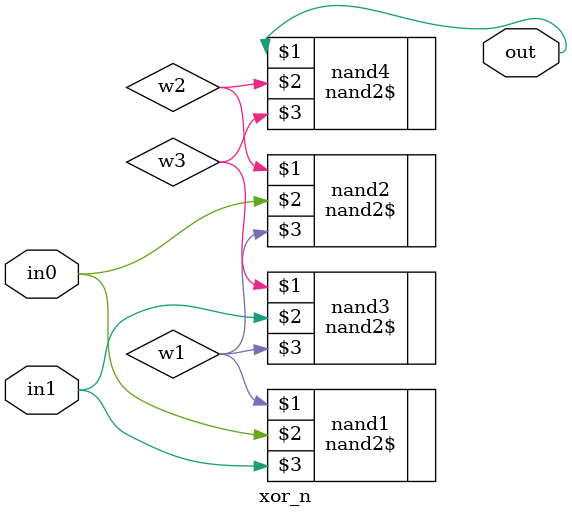
<source format=v>

module xor_n (out, in0, in1);
    input in0, in1;
    output out;

    wire w1, w2, w3;

    nand2$ nand1 (w1, in0, in1),

           nand2 (w2, in0, w1),
           nand3 (w3, in1, w1),

           nand4 (out, w2, w3);

endmodule

</source>
